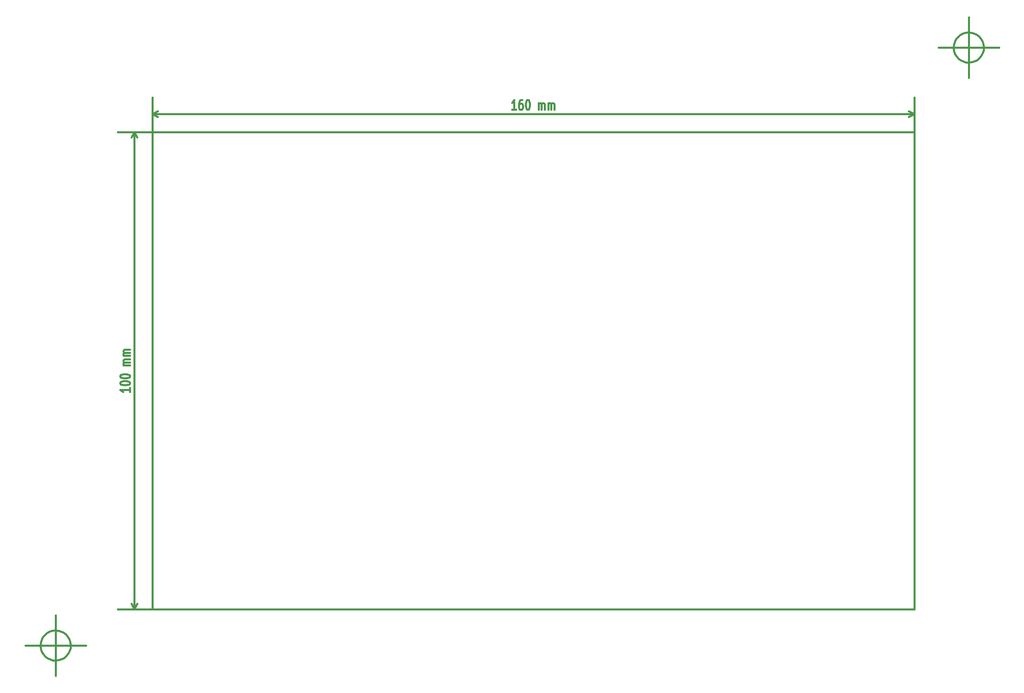
<source format=gbr>
G04 (created by PCBNEW-RS274X (2011-07-12 BZR 3047)-stable) date Mon 09 Sep 2013 07:59:49 PM PDT*
G01*
G70*
G90*
%MOIN*%
G04 Gerber Fmt 3.4, Leading zero omitted, Abs format*
%FSLAX34Y34*%
G04 APERTURE LIST*
%ADD10C,0.006000*%
%ADD11C,0.015000*%
G04 APERTURE END LIST*
G54D10*
G54D11*
X93500Y-60500D02*
X93500Y-21000D01*
X30500Y-60500D02*
X93500Y-60500D01*
X30500Y-21000D02*
X30500Y-60500D01*
X23750Y-63500D02*
X23726Y-63742D01*
X23655Y-63976D01*
X23541Y-64191D01*
X23386Y-64380D01*
X23198Y-64536D01*
X22984Y-64652D01*
X22751Y-64724D01*
X22508Y-64749D01*
X22266Y-64727D01*
X22032Y-64658D01*
X21816Y-64545D01*
X21626Y-64393D01*
X21469Y-64206D01*
X21352Y-63992D01*
X21278Y-63759D01*
X21251Y-63517D01*
X21271Y-63275D01*
X21338Y-63040D01*
X21450Y-62823D01*
X21601Y-62632D01*
X21787Y-62474D01*
X22000Y-62355D01*
X22232Y-62280D01*
X22474Y-62251D01*
X22717Y-62269D01*
X22952Y-62335D01*
X23169Y-62445D01*
X23362Y-62595D01*
X23521Y-62780D01*
X23641Y-62992D01*
X23718Y-63224D01*
X23749Y-63466D01*
X23750Y-63500D01*
X20000Y-63500D02*
X25000Y-63500D01*
X22500Y-61000D02*
X22500Y-66000D01*
X99250Y-14000D02*
X99226Y-14242D01*
X99155Y-14476D01*
X99041Y-14691D01*
X98886Y-14880D01*
X98698Y-15036D01*
X98484Y-15152D01*
X98251Y-15224D01*
X98008Y-15249D01*
X97766Y-15227D01*
X97532Y-15158D01*
X97316Y-15045D01*
X97126Y-14893D01*
X96969Y-14706D01*
X96852Y-14492D01*
X96778Y-14259D01*
X96751Y-14017D01*
X96771Y-13775D01*
X96838Y-13540D01*
X96950Y-13323D01*
X97101Y-13132D01*
X97287Y-12974D01*
X97500Y-12855D01*
X97732Y-12780D01*
X97974Y-12751D01*
X98217Y-12769D01*
X98452Y-12835D01*
X98669Y-12945D01*
X98862Y-13095D01*
X99021Y-13280D01*
X99141Y-13492D01*
X99218Y-13724D01*
X99249Y-13966D01*
X99250Y-14000D01*
X95500Y-14000D02*
X100500Y-14000D01*
X98000Y-11500D02*
X98000Y-16500D01*
X28639Y-42178D02*
X28639Y-42521D01*
X28639Y-42349D02*
X27839Y-42349D01*
X27953Y-42406D01*
X28029Y-42464D01*
X28067Y-42521D01*
X27839Y-41807D02*
X27839Y-41750D01*
X27877Y-41693D01*
X27915Y-41664D01*
X27991Y-41635D01*
X28144Y-41607D01*
X28334Y-41607D01*
X28486Y-41635D01*
X28563Y-41664D01*
X28601Y-41693D01*
X28639Y-41750D01*
X28639Y-41807D01*
X28601Y-41864D01*
X28563Y-41893D01*
X28486Y-41921D01*
X28334Y-41950D01*
X28144Y-41950D01*
X27991Y-41921D01*
X27915Y-41893D01*
X27877Y-41864D01*
X27839Y-41807D01*
X27839Y-41236D02*
X27839Y-41179D01*
X27877Y-41122D01*
X27915Y-41093D01*
X27991Y-41064D01*
X28144Y-41036D01*
X28334Y-41036D01*
X28486Y-41064D01*
X28563Y-41093D01*
X28601Y-41122D01*
X28639Y-41179D01*
X28639Y-41236D01*
X28601Y-41293D01*
X28563Y-41322D01*
X28486Y-41350D01*
X28334Y-41379D01*
X28144Y-41379D01*
X27991Y-41350D01*
X27915Y-41322D01*
X27877Y-41293D01*
X27839Y-41236D01*
X28639Y-40322D02*
X28105Y-40322D01*
X28182Y-40322D02*
X28144Y-40294D01*
X28105Y-40236D01*
X28105Y-40151D01*
X28144Y-40094D01*
X28220Y-40065D01*
X28639Y-40065D01*
X28220Y-40065D02*
X28144Y-40036D01*
X28105Y-39979D01*
X28105Y-39894D01*
X28144Y-39836D01*
X28220Y-39808D01*
X28639Y-39808D01*
X28639Y-39522D02*
X28105Y-39522D01*
X28182Y-39522D02*
X28144Y-39494D01*
X28105Y-39436D01*
X28105Y-39351D01*
X28144Y-39294D01*
X28220Y-39265D01*
X28639Y-39265D01*
X28220Y-39265D02*
X28144Y-39236D01*
X28105Y-39179D01*
X28105Y-39094D01*
X28144Y-39036D01*
X28220Y-39008D01*
X28639Y-39008D01*
X29000Y-60500D02*
X29000Y-21000D01*
X30500Y-60500D02*
X27630Y-60500D01*
X30500Y-21000D02*
X27630Y-21000D01*
X29000Y-21000D02*
X29230Y-21443D01*
X29000Y-21000D02*
X28770Y-21443D01*
X29000Y-60500D02*
X29230Y-60057D01*
X29000Y-60500D02*
X28770Y-60057D01*
X30500Y-21000D02*
X93500Y-21000D01*
X60572Y-19140D02*
X60229Y-19140D01*
X60401Y-19140D02*
X60401Y-18340D01*
X60344Y-18454D01*
X60286Y-18530D01*
X60229Y-18568D01*
X61086Y-18340D02*
X60972Y-18340D01*
X60915Y-18378D01*
X60886Y-18416D01*
X60829Y-18530D01*
X60800Y-18683D01*
X60800Y-18987D01*
X60829Y-19064D01*
X60857Y-19102D01*
X60915Y-19140D01*
X61029Y-19140D01*
X61086Y-19102D01*
X61115Y-19064D01*
X61143Y-18987D01*
X61143Y-18797D01*
X61115Y-18721D01*
X61086Y-18683D01*
X61029Y-18645D01*
X60915Y-18645D01*
X60857Y-18683D01*
X60829Y-18721D01*
X60800Y-18797D01*
X61514Y-18340D02*
X61571Y-18340D01*
X61628Y-18378D01*
X61657Y-18416D01*
X61686Y-18492D01*
X61714Y-18645D01*
X61714Y-18835D01*
X61686Y-18987D01*
X61657Y-19064D01*
X61628Y-19102D01*
X61571Y-19140D01*
X61514Y-19140D01*
X61457Y-19102D01*
X61428Y-19064D01*
X61400Y-18987D01*
X61371Y-18835D01*
X61371Y-18645D01*
X61400Y-18492D01*
X61428Y-18416D01*
X61457Y-18378D01*
X61514Y-18340D01*
X62428Y-19140D02*
X62428Y-18606D01*
X62428Y-18683D02*
X62456Y-18645D01*
X62514Y-18606D01*
X62599Y-18606D01*
X62656Y-18645D01*
X62685Y-18721D01*
X62685Y-19140D01*
X62685Y-18721D02*
X62714Y-18645D01*
X62771Y-18606D01*
X62856Y-18606D01*
X62914Y-18645D01*
X62942Y-18721D01*
X62942Y-19140D01*
X63228Y-19140D02*
X63228Y-18606D01*
X63228Y-18683D02*
X63256Y-18645D01*
X63314Y-18606D01*
X63399Y-18606D01*
X63456Y-18645D01*
X63485Y-18721D01*
X63485Y-19140D01*
X63485Y-18721D02*
X63514Y-18645D01*
X63571Y-18606D01*
X63656Y-18606D01*
X63714Y-18645D01*
X63742Y-18721D01*
X63742Y-19140D01*
X30500Y-19501D02*
X93500Y-19501D01*
X30500Y-21000D02*
X30500Y-18131D01*
X93500Y-21000D02*
X93500Y-18131D01*
X93500Y-19501D02*
X93057Y-19731D01*
X93500Y-19501D02*
X93057Y-19271D01*
X30500Y-19501D02*
X30943Y-19731D01*
X30500Y-19501D02*
X30943Y-19271D01*
M02*

</source>
